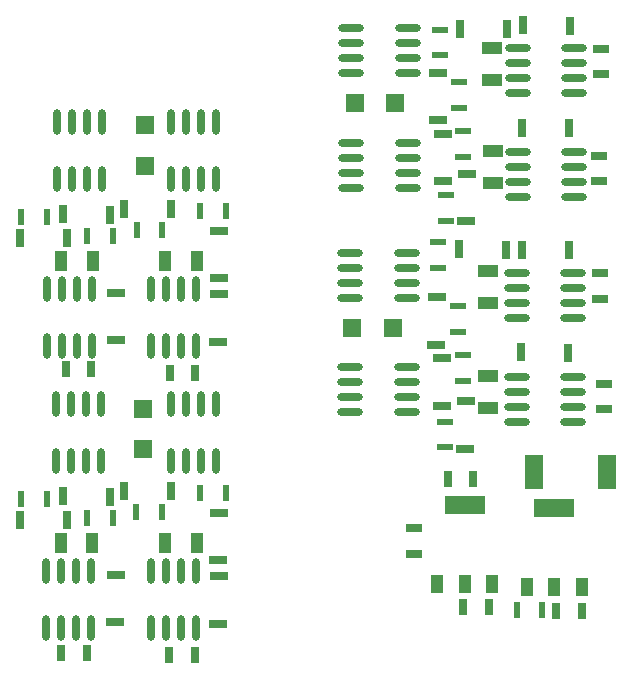
<source format=gbp>
G04*
G04 #@! TF.GenerationSoftware,Altium Limited,Altium Designer,24.10.1 (45)*
G04*
G04 Layer_Color=128*
%FSLAX44Y44*%
%MOMM*%
G71*
G04*
G04 #@! TF.SameCoordinates,C031E789-135E-4793-A04E-BF888AAD087F*
G04*
G04*
G04 #@! TF.FilePolarity,Positive*
G04*
G01*
G75*
%ADD19R,1.4000X0.7000*%
%ADD25O,2.2000X0.6000*%
%ADD26R,0.6000X1.4000*%
%ADD27R,1.4000X0.6000*%
%ADD29R,0.7000X1.4000*%
%ADD32R,1.1000X1.7000*%
%ADD33R,1.5240X0.8000*%
%ADD34R,0.8000X1.5240*%
%ADD35R,1.5240X1.5240*%
%ADD36O,0.6000X2.2000*%
%ADD66R,1.1000X1.5500*%
%ADD67R,1.1000X1.5500*%
%ADD68R,3.4500X1.5500*%
%ADD69R,1.7000X1.1000*%
%ADD70R,1.5240X1.5240*%
%ADD71R,1.5000X3.0000*%
D19*
X361500Y-467422D02*
D03*
Y-445578D02*
D03*
X520250Y-39508D02*
D03*
Y-61352D02*
D03*
X519200Y-229578D02*
D03*
Y-251422D02*
D03*
X518500Y-130078D02*
D03*
Y-151922D02*
D03*
X522500Y-323078D02*
D03*
Y-344922D02*
D03*
D25*
X308500Y-60150D02*
D03*
Y-47450D02*
D03*
Y-34750D02*
D03*
Y-22050D02*
D03*
X356499Y-60150D02*
D03*
Y-47450D02*
D03*
Y-34750D02*
D03*
Y-22050D02*
D03*
X307450Y-250221D02*
D03*
Y-237521D02*
D03*
Y-224821D02*
D03*
Y-212121D02*
D03*
X355450Y-250221D02*
D03*
Y-237521D02*
D03*
Y-224821D02*
D03*
Y-212121D02*
D03*
X307450Y-347221D02*
D03*
Y-334521D02*
D03*
Y-321821D02*
D03*
Y-309121D02*
D03*
X355450Y-347221D02*
D03*
Y-334521D02*
D03*
Y-321821D02*
D03*
Y-309121D02*
D03*
X449500Y-77150D02*
D03*
Y-64450D02*
D03*
Y-51750D02*
D03*
Y-39050D02*
D03*
X497499Y-77150D02*
D03*
Y-64450D02*
D03*
Y-51750D02*
D03*
Y-39050D02*
D03*
X448450Y-267221D02*
D03*
Y-254521D02*
D03*
Y-241821D02*
D03*
Y-229121D02*
D03*
X496450Y-267221D02*
D03*
Y-254521D02*
D03*
Y-241821D02*
D03*
Y-229121D02*
D03*
X449500Y-165500D02*
D03*
Y-152800D02*
D03*
Y-140100D02*
D03*
Y-127400D02*
D03*
X497500Y-165500D02*
D03*
Y-152800D02*
D03*
Y-140100D02*
D03*
Y-127400D02*
D03*
X448450Y-355571D02*
D03*
Y-342871D02*
D03*
Y-330171D02*
D03*
Y-317471D02*
D03*
X496450Y-355571D02*
D03*
Y-342871D02*
D03*
Y-330171D02*
D03*
Y-317471D02*
D03*
X308500Y-157150D02*
D03*
Y-144450D02*
D03*
Y-131750D02*
D03*
Y-119050D02*
D03*
X356499Y-157150D02*
D03*
Y-144450D02*
D03*
Y-131750D02*
D03*
Y-119050D02*
D03*
D26*
X85078Y-197872D02*
D03*
X106923D02*
D03*
X84908Y-436622D02*
D03*
X106752D02*
D03*
X202593Y-176750D02*
D03*
X180749D02*
D03*
X202422Y-415500D02*
D03*
X180578D02*
D03*
X29078Y-182000D02*
D03*
X50922D02*
D03*
X28907Y-420750D02*
D03*
X50751D02*
D03*
X126749Y-193050D02*
D03*
X148593D02*
D03*
X126579Y-431800D02*
D03*
X148422D02*
D03*
X470422Y-514500D02*
D03*
X448578D02*
D03*
D27*
X403500Y-131022D02*
D03*
Y-109178D02*
D03*
X403322Y-321093D02*
D03*
Y-299249D02*
D03*
X383550Y-23430D02*
D03*
Y-45273D02*
D03*
X382200Y-203578D02*
D03*
Y-225422D02*
D03*
X388500Y-185422D02*
D03*
Y-163578D02*
D03*
X387450Y-377093D02*
D03*
Y-355249D02*
D03*
X399550Y-89351D02*
D03*
Y-67507D02*
D03*
X398501Y-279422D02*
D03*
Y-257578D02*
D03*
D29*
X424922Y-512000D02*
D03*
X403078D02*
D03*
X504001Y-516000D02*
D03*
X482156D02*
D03*
X390078Y-403500D02*
D03*
X411922D02*
D03*
X176593Y-313750D02*
D03*
X154749D02*
D03*
X176422Y-552500D02*
D03*
X154578D02*
D03*
X88422Y-311000D02*
D03*
X66578D02*
D03*
X84422Y-551000D02*
D03*
X62578D02*
D03*
D32*
X178171Y-219050D02*
D03*
X151171D02*
D03*
X178001Y-457800D02*
D03*
X151000D02*
D03*
X89500Y-219000D02*
D03*
X62500D02*
D03*
X89329Y-457750D02*
D03*
X62330D02*
D03*
D33*
X196500Y-247500D02*
D03*
X196000Y-287500D02*
D03*
X109500Y-246500D02*
D03*
X109000Y-286500D02*
D03*
X109329Y-485250D02*
D03*
X108829Y-525250D02*
D03*
X386000Y-151600D02*
D03*
X386500Y-111600D02*
D03*
X384950Y-341671D02*
D03*
X385450Y-301671D02*
D03*
X196171Y-234050D02*
D03*
X196671Y-194050D02*
D03*
X196000Y-472800D02*
D03*
X196500Y-432800D02*
D03*
X406000Y-185500D02*
D03*
X406500Y-145500D02*
D03*
X404950Y-378171D02*
D03*
X405450Y-338171D02*
D03*
X382050Y-59930D02*
D03*
X381550Y-99930D02*
D03*
X381000Y-250000D02*
D03*
X380500Y-290000D02*
D03*
X196329Y-486250D02*
D03*
X195829Y-526250D02*
D03*
D34*
X452950Y-209671D02*
D03*
X492950Y-210171D02*
D03*
X453000Y-106601D02*
D03*
X492999Y-107100D02*
D03*
X451949Y-296671D02*
D03*
X491950Y-297171D02*
D03*
X64500Y-179500D02*
D03*
X104500Y-180000D02*
D03*
X64330Y-418250D02*
D03*
X104330Y-418750D02*
D03*
X440500Y-23000D02*
D03*
X400500Y-22500D02*
D03*
X439500Y-210000D02*
D03*
X399500Y-209499D02*
D03*
X28000Y-199500D02*
D03*
X68000Y-200000D02*
D03*
X27829Y-438250D02*
D03*
X67829Y-438750D02*
D03*
X156171Y-175550D02*
D03*
X116171Y-175050D02*
D03*
X156000Y-414300D02*
D03*
X116000Y-413800D02*
D03*
X454000Y-19600D02*
D03*
X494000Y-20100D02*
D03*
D35*
X133500Y-138645D02*
D03*
Y-104355D02*
D03*
X132000Y-378645D02*
D03*
Y-344355D02*
D03*
D36*
X155950Y-102000D02*
D03*
X168650D02*
D03*
X181350D02*
D03*
X194050D02*
D03*
X155950Y-150000D02*
D03*
X168650D02*
D03*
X181350D02*
D03*
X194050D02*
D03*
X155779Y-340750D02*
D03*
X168479D02*
D03*
X181179D02*
D03*
X193879D02*
D03*
X155779Y-388750D02*
D03*
X168479D02*
D03*
X181179D02*
D03*
X193879D02*
D03*
X58950Y-102000D02*
D03*
X71650D02*
D03*
X84350D02*
D03*
X97050D02*
D03*
X58950Y-150000D02*
D03*
X71650D02*
D03*
X84350D02*
D03*
X97050D02*
D03*
X58779Y-340750D02*
D03*
X71479D02*
D03*
X84179D02*
D03*
X96879D02*
D03*
X58779Y-388750D02*
D03*
X71479D02*
D03*
X84179D02*
D03*
X96879D02*
D03*
X138950Y-243000D02*
D03*
X151650D02*
D03*
X164350D02*
D03*
X177050D02*
D03*
X138950Y-291000D02*
D03*
X151650D02*
D03*
X164350D02*
D03*
X177050D02*
D03*
X138780Y-481750D02*
D03*
X151480D02*
D03*
X164180D02*
D03*
X176880D02*
D03*
X138780Y-529750D02*
D03*
X151480D02*
D03*
X164180D02*
D03*
X176880D02*
D03*
X50600Y-243000D02*
D03*
X63300D02*
D03*
X76000D02*
D03*
X88700D02*
D03*
X50600Y-291000D02*
D03*
X63300D02*
D03*
X76000D02*
D03*
X88700D02*
D03*
X50429Y-481750D02*
D03*
X63129D02*
D03*
X75829D02*
D03*
X88529D02*
D03*
X50429Y-529750D02*
D03*
X63129D02*
D03*
X75829D02*
D03*
X88529D02*
D03*
D66*
X427500Y-493020D02*
D03*
X503500Y-495500D02*
D03*
D67*
X404500Y-493020D02*
D03*
X381500D02*
D03*
X480500Y-495500D02*
D03*
X457500D02*
D03*
D68*
X404500Y-425520D02*
D03*
X480500Y-428000D02*
D03*
D69*
X427500Y-39000D02*
D03*
Y-66000D02*
D03*
X424500Y-228000D02*
D03*
Y-255000D02*
D03*
X428500Y-126500D02*
D03*
Y-153500D02*
D03*
X424450Y-316671D02*
D03*
Y-343671D02*
D03*
D70*
X345645Y-85500D02*
D03*
X311355D02*
D03*
X343645Y-276000D02*
D03*
X309355D02*
D03*
D71*
X463500Y-398000D02*
D03*
X525000D02*
D03*
M02*

</source>
